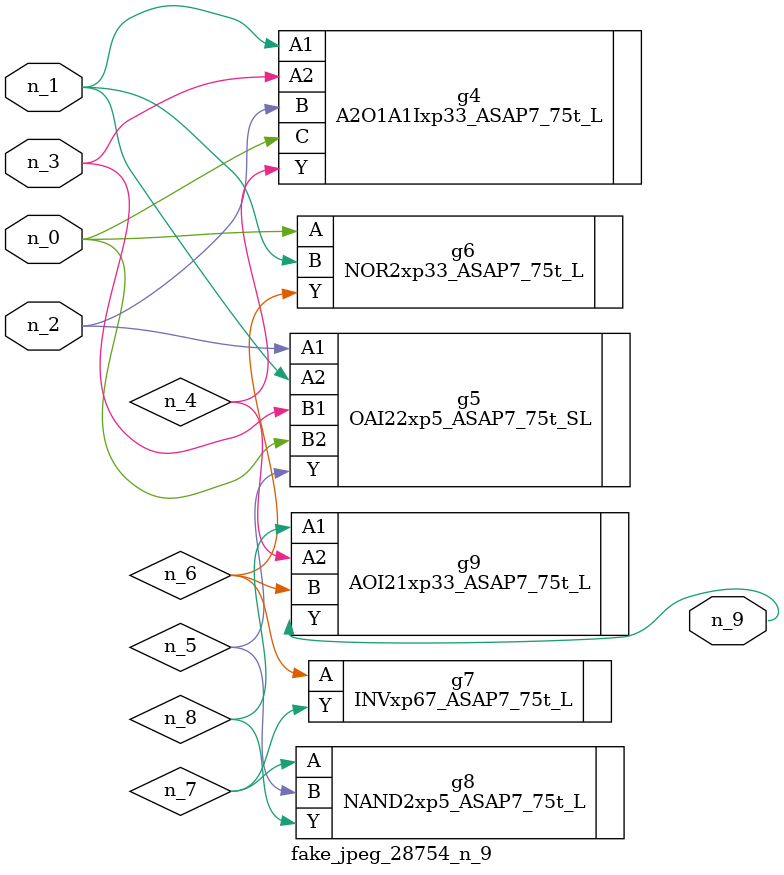
<source format=v>
module fake_jpeg_28754_n_9 (n_0, n_3, n_2, n_1, n_9);

input n_0;
input n_3;
input n_2;
input n_1;

output n_9;

wire n_4;
wire n_8;
wire n_6;
wire n_5;
wire n_7;

A2O1A1Ixp33_ASAP7_75t_L g4 ( 
.A1(n_1),
.A2(n_3),
.B(n_2),
.C(n_0),
.Y(n_4)
);

OAI22xp5_ASAP7_75t_SL g5 ( 
.A1(n_2),
.A2(n_1),
.B1(n_3),
.B2(n_0),
.Y(n_5)
);

NOR2xp33_ASAP7_75t_L g6 ( 
.A(n_0),
.B(n_1),
.Y(n_6)
);

INVxp67_ASAP7_75t_L g7 ( 
.A(n_6),
.Y(n_7)
);

NAND2xp5_ASAP7_75t_L g8 ( 
.A(n_7),
.B(n_5),
.Y(n_8)
);

AOI21xp33_ASAP7_75t_L g9 ( 
.A1(n_8),
.A2(n_4),
.B(n_6),
.Y(n_9)
);


endmodule
</source>
